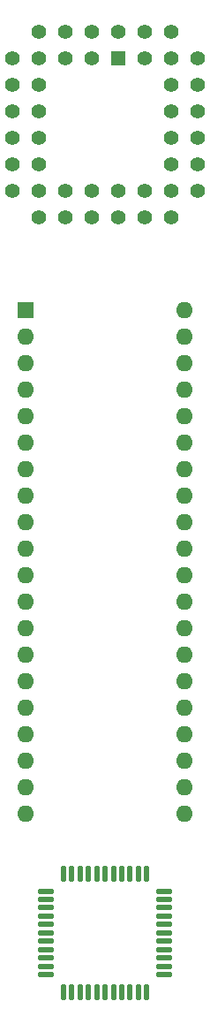
<source format=gbr>
%TF.GenerationSoftware,KiCad,Pcbnew,(6.0.4)*%
%TF.CreationDate,2022-05-05T02:24:40+01:00*%
%TF.ProjectId,Z80 QFP & LCC to DIL,5a383020-5146-4502-9026-204c43432074,rev?*%
%TF.SameCoordinates,Original*%
%TF.FileFunction,Soldermask,Top*%
%TF.FilePolarity,Negative*%
%FSLAX46Y46*%
G04 Gerber Fmt 4.6, Leading zero omitted, Abs format (unit mm)*
G04 Created by KiCad (PCBNEW (6.0.4)) date 2022-05-05 02:24:40*
%MOMM*%
%LPD*%
G01*
G04 APERTURE LIST*
G04 Aperture macros list*
%AMRoundRect*
0 Rectangle with rounded corners*
0 $1 Rounding radius*
0 $2 $3 $4 $5 $6 $7 $8 $9 X,Y pos of 4 corners*
0 Add a 4 corners polygon primitive as box body*
4,1,4,$2,$3,$4,$5,$6,$7,$8,$9,$2,$3,0*
0 Add four circle primitives for the rounded corners*
1,1,$1+$1,$2,$3*
1,1,$1+$1,$4,$5*
1,1,$1+$1,$6,$7*
1,1,$1+$1,$8,$9*
0 Add four rect primitives between the rounded corners*
20,1,$1+$1,$2,$3,$4,$5,0*
20,1,$1+$1,$4,$5,$6,$7,0*
20,1,$1+$1,$6,$7,$8,$9,0*
20,1,$1+$1,$8,$9,$2,$3,0*%
G04 Aperture macros list end*
%ADD10RoundRect,0.137500X-0.600000X-0.137500X0.600000X-0.137500X0.600000X0.137500X-0.600000X0.137500X0*%
%ADD11RoundRect,0.137500X-0.137500X-0.600000X0.137500X-0.600000X0.137500X0.600000X-0.137500X0.600000X0*%
%ADD12R,1.600000X1.600000*%
%ADD13O,1.600000X1.600000*%
%ADD14R,1.422400X1.422400*%
%ADD15C,1.422400*%
G04 APERTURE END LIST*
D10*
%TO.C,IC2*%
X135307500Y-150940000D03*
X135307500Y-151740000D03*
X135307500Y-152540000D03*
X135307500Y-153340000D03*
X135307500Y-154140000D03*
X135307500Y-154940000D03*
X135307500Y-155740000D03*
X135307500Y-156540000D03*
X135307500Y-157340000D03*
X135307500Y-158140000D03*
X135307500Y-158940000D03*
D11*
X136970000Y-160602500D03*
X137770000Y-160602500D03*
X138570000Y-160602500D03*
X139370000Y-160602500D03*
X140170000Y-160602500D03*
X140970000Y-160602500D03*
X141770000Y-160602500D03*
X142570000Y-160602500D03*
X143370000Y-160602500D03*
X144170000Y-160602500D03*
X144970000Y-160602500D03*
D10*
X146632500Y-158940000D03*
X146632500Y-158140000D03*
X146632500Y-157340000D03*
X146632500Y-156540000D03*
X146632500Y-155740000D03*
X146632500Y-154940000D03*
X146632500Y-154140000D03*
X146632500Y-153340000D03*
X146632500Y-152540000D03*
X146632500Y-151740000D03*
X146632500Y-150940000D03*
D11*
X144970000Y-149277500D03*
X144170000Y-149277500D03*
X143370000Y-149277500D03*
X142570000Y-149277500D03*
X141770000Y-149277500D03*
X140970000Y-149277500D03*
X140170000Y-149277500D03*
X139370000Y-149277500D03*
X138570000Y-149277500D03*
X137770000Y-149277500D03*
X136970000Y-149277500D03*
%TD*%
D12*
%TO.C,IC3*%
X133350000Y-95250000D03*
D13*
X133350000Y-97790000D03*
X133350000Y-100330000D03*
X133350000Y-102870000D03*
X133350000Y-105410000D03*
X133350000Y-107950000D03*
X133350000Y-110490000D03*
X133350000Y-113030000D03*
X133350000Y-115570000D03*
X133350000Y-118110000D03*
X133350000Y-120650000D03*
X133350000Y-123190000D03*
X133350000Y-125730000D03*
X133350000Y-128270000D03*
X133350000Y-130810000D03*
X133350000Y-133350000D03*
X133350000Y-135890000D03*
X133350000Y-138430000D03*
X133350000Y-140970000D03*
X133350000Y-143510000D03*
X148590000Y-143510000D03*
X148590000Y-140970000D03*
X148590000Y-138430000D03*
X148590000Y-135890000D03*
X148590000Y-133350000D03*
X148590000Y-130810000D03*
X148590000Y-128270000D03*
X148590000Y-125730000D03*
X148590000Y-123190000D03*
X148590000Y-120650000D03*
X148590000Y-118110000D03*
X148590000Y-115570000D03*
X148590000Y-113030000D03*
X148590000Y-110490000D03*
X148590000Y-107950000D03*
X148590000Y-105410000D03*
X148590000Y-102870000D03*
X148590000Y-100330000D03*
X148590000Y-97790000D03*
X148590000Y-95250000D03*
%TD*%
D14*
%TO.C,IC1*%
X142240000Y-71120000D03*
D15*
X139700000Y-68580000D03*
X139700000Y-71120000D03*
X137160000Y-68580000D03*
X137160000Y-71120000D03*
X134620000Y-68580000D03*
X132080000Y-71120000D03*
X134620000Y-71120000D03*
X132080000Y-73660000D03*
X134620000Y-73660000D03*
X132080000Y-76200000D03*
X134620000Y-76200000D03*
X132080000Y-78740000D03*
X134620000Y-78740000D03*
X132080000Y-81280000D03*
X134620000Y-81280000D03*
X132080000Y-83820000D03*
X134620000Y-86360000D03*
X134620000Y-83820000D03*
X137160000Y-86360000D03*
X137160000Y-83820000D03*
X139700000Y-86360000D03*
X139700000Y-83820000D03*
X142240000Y-86360000D03*
X142240000Y-83820000D03*
X144780000Y-86360000D03*
X144780000Y-83820000D03*
X147320000Y-86360000D03*
X149860000Y-83820000D03*
X147320000Y-83820000D03*
X149860000Y-81280000D03*
X147320000Y-81280000D03*
X149860000Y-78740000D03*
X147320000Y-78740000D03*
X149860000Y-76200000D03*
X147320000Y-76200000D03*
X149860000Y-73660000D03*
X147320000Y-73660000D03*
X149860000Y-71120000D03*
X147320000Y-68580000D03*
X147320000Y-71120000D03*
X144780000Y-68580000D03*
X144780000Y-71120000D03*
X142240000Y-68580000D03*
%TD*%
M02*

</source>
